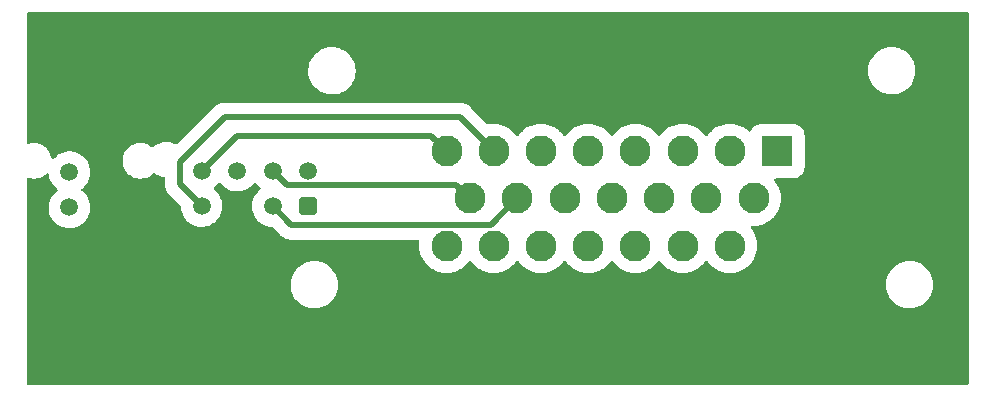
<source format=gbr>
%TF.GenerationSoftware,KiCad,Pcbnew,(6.0.1)*%
%TF.CreationDate,2022-06-01T15:25:36+03:00*%
%TF.ProjectId,Input Connector,496e7075-7420-4436-9f6e-6e6563746f72,rev?*%
%TF.SameCoordinates,Original*%
%TF.FileFunction,Copper,L1,Top*%
%TF.FilePolarity,Positive*%
%FSLAX46Y46*%
G04 Gerber Fmt 4.6, Leading zero omitted, Abs format (unit mm)*
G04 Created by KiCad (PCBNEW (6.0.1)) date 2022-06-01 15:25:36*
%MOMM*%
%LPD*%
G01*
G04 APERTURE LIST*
G04 Aperture macros list*
%AMRoundRect*
0 Rectangle with rounded corners*
0 $1 Rounding radius*
0 $2 $3 $4 $5 $6 $7 $8 $9 X,Y pos of 4 corners*
0 Add a 4 corners polygon primitive as box body*
4,1,4,$2,$3,$4,$5,$6,$7,$8,$9,$2,$3,0*
0 Add four circle primitives for the rounded corners*
1,1,$1+$1,$2,$3*
1,1,$1+$1,$4,$5*
1,1,$1+$1,$6,$7*
1,1,$1+$1,$8,$9*
0 Add four rect primitives between the rounded corners*
20,1,$1+$1,$2,$3,$4,$5,0*
20,1,$1+$1,$4,$5,$6,$7,0*
20,1,$1+$1,$6,$7,$8,$9,0*
20,1,$1+$1,$8,$9,$2,$3,0*%
G04 Aperture macros list end*
%TA.AperFunction,ComponentPad*%
%ADD10RoundRect,0.250001X0.499999X0.499999X-0.499999X0.499999X-0.499999X-0.499999X0.499999X-0.499999X0*%
%TD*%
%TA.AperFunction,ComponentPad*%
%ADD11C,1.500000*%
%TD*%
%TA.AperFunction,ComponentPad*%
%ADD12R,2.625000X2.625000*%
%TD*%
%TA.AperFunction,ComponentPad*%
%ADD13C,2.625000*%
%TD*%
%TA.AperFunction,Conductor*%
%ADD14C,0.500000*%
%TD*%
G04 APERTURE END LIST*
D10*
%TO.P,J3,1,Pin_1*%
%TO.N,GNDD*%
X94996000Y-84836000D03*
D11*
%TO.P,J3,2,Pin_2*%
%TO.N,VDD*%
X91996000Y-84836000D03*
%TO.P,J3,3,Pin_3*%
%TO.N,GNDD*%
X94996000Y-81836000D03*
%TO.P,J3,4,Pin_4*%
%TO.N,VDD*%
X91996000Y-81836000D03*
%TD*%
D10*
%TO.P,J2,1,Pin_1*%
%TO.N,/Z*%
X112196000Y-84719000D03*
D11*
%TO.P,J2,2,Pin_2*%
%TO.N,/A*%
X109196000Y-84719000D03*
%TO.P,J2,3,Pin_3*%
%TO.N,GNDD*%
X106196000Y-84719000D03*
%TO.P,J2,4,Pin_4*%
%TO.N,/CANH*%
X103196000Y-84719000D03*
%TO.P,J2,5,Pin_5*%
%TO.N,/Y*%
X112196000Y-81719000D03*
%TO.P,J2,6,Pin_6*%
%TO.N,/B*%
X109196000Y-81719000D03*
%TO.P,J2,7,Pin_7*%
%TO.N,VDD*%
X106196000Y-81719000D03*
%TO.P,J2,8,Pin_8*%
%TO.N,/CANL*%
X103196000Y-81719000D03*
%TD*%
D12*
%TO.P,J1,1,1*%
%TO.N,VDD*%
X151922000Y-80074000D03*
D13*
%TO.P,J1,2,2*%
%TO.N,unconnected-(J1-Pad2)*%
X147922000Y-80074000D03*
%TO.P,J1,3,3*%
%TO.N,unconnected-(J1-Pad3)*%
X143922000Y-80074000D03*
%TO.P,J1,4,4*%
%TO.N,unconnected-(J1-Pad4)*%
X139922000Y-80074000D03*
%TO.P,J1,5,5*%
%TO.N,unconnected-(J1-Pad5)*%
X135922000Y-80074000D03*
%TO.P,J1,6,6*%
%TO.N,unconnected-(J1-Pad6)*%
X131922000Y-80074000D03*
%TO.P,J1,7,7*%
%TO.N,/CANH*%
X127922000Y-80074000D03*
%TO.P,J1,8,8*%
%TO.N,/CANL*%
X123922000Y-80074000D03*
%TO.P,J1,9,9*%
%TO.N,unconnected-(J1-Pad9)*%
X149922000Y-84074000D03*
%TO.P,J1,10,10*%
%TO.N,unconnected-(J1-Pad10)*%
X145922000Y-84074000D03*
%TO.P,J1,11,11*%
%TO.N,unconnected-(J1-Pad11)*%
X141922000Y-84074000D03*
%TO.P,J1,12,12*%
%TO.N,unconnected-(J1-Pad12)*%
X137922000Y-84074000D03*
%TO.P,J1,13,13*%
%TO.N,unconnected-(J1-Pad13)*%
X133922000Y-84074000D03*
%TO.P,J1,14,14*%
%TO.N,/A*%
X129922000Y-84074000D03*
%TO.P,J1,15,15*%
%TO.N,/B*%
X125922000Y-84074000D03*
%TO.P,J1,16,16*%
%TO.N,GNDD*%
X151922000Y-88074000D03*
%TO.P,J1,17,17*%
%TO.N,unconnected-(J1-Pad17)*%
X147922000Y-88074000D03*
%TO.P,J1,18,18*%
%TO.N,unconnected-(J1-Pad18)*%
X143922000Y-88074000D03*
%TO.P,J1,19,19*%
%TO.N,unconnected-(J1-Pad19)*%
X139922000Y-88074000D03*
%TO.P,J1,20,20*%
%TO.N,unconnected-(J1-Pad20)*%
X135922000Y-88074000D03*
%TO.P,J1,21,21*%
%TO.N,unconnected-(J1-Pad21)*%
X131922000Y-88074000D03*
%TO.P,J1,22,22*%
%TO.N,/Y*%
X127922000Y-88074000D03*
%TO.P,J1,23,23*%
%TO.N,/Z*%
X123922000Y-88074000D03*
%TD*%
D14*
%TO.N,/CANH*%
X101346000Y-81026000D02*
X101346000Y-82869000D01*
X127922000Y-80074000D02*
X125064000Y-77216000D01*
X125064000Y-77216000D02*
X105156000Y-77216000D01*
X101346000Y-82869000D02*
X103196000Y-84719000D01*
X105156000Y-77216000D02*
X101346000Y-81026000D01*
%TO.N,/CANL*%
X106153500Y-78761500D02*
X103196000Y-81719000D01*
X122609500Y-78761500D02*
X106153500Y-78761500D01*
X123922000Y-80074000D02*
X122609500Y-78761500D01*
%TO.N,/A*%
X127684011Y-86311989D02*
X129922000Y-84074000D01*
X109196000Y-84719000D02*
X110788989Y-86311989D01*
X110788989Y-86311989D02*
X127684011Y-86311989D01*
%TO.N,/B*%
X110395511Y-82918511D02*
X109196000Y-81719000D01*
X125922000Y-84074000D02*
X124766511Y-82918511D01*
X124766511Y-82918511D02*
X110395511Y-82918511D01*
%TD*%
%TA.AperFunction,Conductor*%
%TO.N,GNDD*%
G36*
X168106121Y-68330002D02*
G01*
X168152614Y-68383658D01*
X168164000Y-68436000D01*
X168164000Y-99712000D01*
X168143998Y-99780121D01*
X168090342Y-99826614D01*
X168038000Y-99838000D01*
X88502000Y-99838000D01*
X88433879Y-99817998D01*
X88387386Y-99764342D01*
X88376000Y-99712000D01*
X88376000Y-91342497D01*
X110716637Y-91342497D01*
X110716881Y-91346932D01*
X110716881Y-91346936D01*
X110720105Y-91405503D01*
X110732205Y-91625370D01*
X110787474Y-91903226D01*
X110788950Y-91907429D01*
X110810181Y-91967885D01*
X110881342Y-92170524D01*
X110883395Y-92174477D01*
X110883398Y-92174483D01*
X110957360Y-92316865D01*
X111011936Y-92421928D01*
X111014519Y-92425543D01*
X111014523Y-92425549D01*
X111047176Y-92471242D01*
X111176651Y-92652424D01*
X111179729Y-92655651D01*
X111179731Y-92655653D01*
X111222355Y-92700334D01*
X111372199Y-92857412D01*
X111594680Y-93032801D01*
X111704927Y-93096837D01*
X111835807Y-93172859D01*
X111835813Y-93172862D01*
X111839654Y-93175093D01*
X112102232Y-93281448D01*
X112106545Y-93282519D01*
X112106550Y-93282521D01*
X112372856Y-93348672D01*
X112372861Y-93348673D01*
X112377177Y-93349745D01*
X112381605Y-93350199D01*
X112381607Y-93350199D01*
X112457307Y-93357955D01*
X112618790Y-93374500D01*
X112794170Y-93374500D01*
X113004593Y-93359601D01*
X113008948Y-93358663D01*
X113008951Y-93358663D01*
X113277200Y-93300911D01*
X113277202Y-93300911D01*
X113281547Y-93299975D01*
X113547337Y-93201920D01*
X113796660Y-93067393D01*
X114024540Y-92899078D01*
X114226430Y-92700334D01*
X114229131Y-92696794D01*
X114229137Y-92696788D01*
X114395602Y-92478667D01*
X114395605Y-92478663D01*
X114398304Y-92475126D01*
X114536730Y-92227947D01*
X114558946Y-92170524D01*
X114637341Y-91967885D01*
X114637343Y-91967879D01*
X114638948Y-91963730D01*
X114702918Y-91687747D01*
X114727363Y-91405503D01*
X114724140Y-91346936D01*
X114723896Y-91342497D01*
X161116637Y-91342497D01*
X161116881Y-91346932D01*
X161116881Y-91346936D01*
X161120105Y-91405503D01*
X161132205Y-91625370D01*
X161187474Y-91903226D01*
X161188950Y-91907429D01*
X161210181Y-91967885D01*
X161281342Y-92170524D01*
X161283395Y-92174477D01*
X161283398Y-92174483D01*
X161357360Y-92316865D01*
X161411936Y-92421928D01*
X161414519Y-92425543D01*
X161414523Y-92425549D01*
X161447176Y-92471242D01*
X161576651Y-92652424D01*
X161579729Y-92655651D01*
X161579731Y-92655653D01*
X161622355Y-92700334D01*
X161772199Y-92857412D01*
X161994680Y-93032801D01*
X162104927Y-93096837D01*
X162235807Y-93172859D01*
X162235813Y-93172862D01*
X162239654Y-93175093D01*
X162502232Y-93281448D01*
X162506545Y-93282519D01*
X162506550Y-93282521D01*
X162772856Y-93348672D01*
X162772861Y-93348673D01*
X162777177Y-93349745D01*
X162781605Y-93350199D01*
X162781607Y-93350199D01*
X162857307Y-93357955D01*
X163018790Y-93374500D01*
X163194170Y-93374500D01*
X163404593Y-93359601D01*
X163408948Y-93358663D01*
X163408951Y-93358663D01*
X163677200Y-93300911D01*
X163677202Y-93300911D01*
X163681547Y-93299975D01*
X163947337Y-93201920D01*
X164196660Y-93067393D01*
X164424540Y-92899078D01*
X164626430Y-92700334D01*
X164629131Y-92696794D01*
X164629137Y-92696788D01*
X164795602Y-92478667D01*
X164795605Y-92478663D01*
X164798304Y-92475126D01*
X164936730Y-92227947D01*
X164958946Y-92170524D01*
X165037341Y-91967885D01*
X165037343Y-91967879D01*
X165038948Y-91963730D01*
X165102918Y-91687747D01*
X165127363Y-91405503D01*
X165124140Y-91346936D01*
X165112040Y-91127073D01*
X165112039Y-91127066D01*
X165111795Y-91122630D01*
X165056526Y-90844774D01*
X165035279Y-90784270D01*
X164964136Y-90581684D01*
X164964135Y-90581681D01*
X164962658Y-90577476D01*
X164960605Y-90573523D01*
X164960602Y-90573517D01*
X164855991Y-90372133D01*
X164832064Y-90326072D01*
X164829481Y-90322457D01*
X164829477Y-90322451D01*
X164749858Y-90211037D01*
X164667349Y-90095576D01*
X164625028Y-90051212D01*
X164474876Y-89893811D01*
X164474873Y-89893808D01*
X164471801Y-89890588D01*
X164249320Y-89715199D01*
X164139073Y-89651163D01*
X164008193Y-89575141D01*
X164008187Y-89575138D01*
X164004346Y-89572907D01*
X163795180Y-89488186D01*
X163745894Y-89468223D01*
X163745891Y-89468222D01*
X163741768Y-89466552D01*
X163737455Y-89465481D01*
X163737450Y-89465479D01*
X163471144Y-89399328D01*
X163471139Y-89399327D01*
X163466823Y-89398255D01*
X163462395Y-89397801D01*
X163462393Y-89397801D01*
X163367552Y-89388084D01*
X163225210Y-89373500D01*
X163049830Y-89373500D01*
X162839407Y-89388399D01*
X162835052Y-89389337D01*
X162835049Y-89389337D01*
X162566800Y-89447089D01*
X162566798Y-89447089D01*
X162562453Y-89448025D01*
X162296663Y-89546080D01*
X162047340Y-89680607D01*
X161819460Y-89848922D01*
X161617570Y-90047666D01*
X161614869Y-90051206D01*
X161614863Y-90051212D01*
X161578237Y-90099204D01*
X161445696Y-90272874D01*
X161443521Y-90276758D01*
X161379155Y-90391693D01*
X161307270Y-90520053D01*
X161305662Y-90524211D01*
X161305659Y-90524216D01*
X161206659Y-90780115D01*
X161205052Y-90784270D01*
X161141082Y-91060253D01*
X161116637Y-91342497D01*
X114723896Y-91342497D01*
X114712040Y-91127073D01*
X114712039Y-91127066D01*
X114711795Y-91122630D01*
X114656526Y-90844774D01*
X114635279Y-90784270D01*
X114564136Y-90581684D01*
X114564135Y-90581681D01*
X114562658Y-90577476D01*
X114560605Y-90573523D01*
X114560602Y-90573517D01*
X114455991Y-90372133D01*
X114432064Y-90326072D01*
X114429481Y-90322457D01*
X114429477Y-90322451D01*
X114349858Y-90211037D01*
X114267349Y-90095576D01*
X114225028Y-90051212D01*
X114074876Y-89893811D01*
X114074873Y-89893808D01*
X114071801Y-89890588D01*
X113849320Y-89715199D01*
X113739073Y-89651163D01*
X113608193Y-89575141D01*
X113608187Y-89575138D01*
X113604346Y-89572907D01*
X113395180Y-89488186D01*
X113345894Y-89468223D01*
X113345891Y-89468222D01*
X113341768Y-89466552D01*
X113337455Y-89465481D01*
X113337450Y-89465479D01*
X113071144Y-89399328D01*
X113071139Y-89399327D01*
X113066823Y-89398255D01*
X113062395Y-89397801D01*
X113062393Y-89397801D01*
X112967552Y-89388084D01*
X112825210Y-89373500D01*
X112649830Y-89373500D01*
X112439407Y-89388399D01*
X112435052Y-89389337D01*
X112435049Y-89389337D01*
X112166800Y-89447089D01*
X112166798Y-89447089D01*
X112162453Y-89448025D01*
X111896663Y-89546080D01*
X111647340Y-89680607D01*
X111419460Y-89848922D01*
X111217570Y-90047666D01*
X111214869Y-90051206D01*
X111214863Y-90051212D01*
X111178237Y-90099204D01*
X111045696Y-90272874D01*
X111043521Y-90276758D01*
X110979155Y-90391693D01*
X110907270Y-90520053D01*
X110905662Y-90524211D01*
X110905659Y-90524216D01*
X110806659Y-90780115D01*
X110805052Y-90784270D01*
X110741082Y-91060253D01*
X110716637Y-91342497D01*
X88376000Y-91342497D01*
X88376000Y-82446972D01*
X88396002Y-82378851D01*
X88449658Y-82332358D01*
X88519932Y-82322254D01*
X88535672Y-82325555D01*
X88663668Y-82361051D01*
X88713871Y-82374974D01*
X88719008Y-82375523D01*
X88911957Y-82396144D01*
X88911965Y-82396144D01*
X88915292Y-82396500D01*
X89058554Y-82396500D01*
X89061127Y-82396288D01*
X89061138Y-82396288D01*
X89236760Y-82381849D01*
X89236766Y-82381848D01*
X89241911Y-82381425D01*
X89481217Y-82321316D01*
X89707493Y-82222928D01*
X89914661Y-82088905D01*
X89918700Y-82085230D01*
X90044053Y-81971168D01*
X90107899Y-81940116D01*
X90178397Y-81948512D01*
X90233165Y-81993689D01*
X90253592Y-82048151D01*
X90253677Y-82049930D01*
X90254589Y-82054513D01*
X90254589Y-82054516D01*
X90281633Y-82190476D01*
X90304435Y-82305112D01*
X90392355Y-82549989D01*
X90515504Y-82779180D01*
X90518299Y-82782923D01*
X90518301Y-82782926D01*
X90668385Y-82983913D01*
X90668390Y-82983919D01*
X90671177Y-82987651D01*
X90674486Y-82990931D01*
X90674491Y-82990937D01*
X90826495Y-83141620D01*
X90855954Y-83170823D01*
X90859716Y-83173581D01*
X90859719Y-83173584D01*
X90939413Y-83232018D01*
X90982521Y-83288429D01*
X90988288Y-83359191D01*
X90954882Y-83421838D01*
X90933993Y-83439002D01*
X90927375Y-83443341D01*
X90872746Y-83492099D01*
X90777062Y-83577501D01*
X90733265Y-83616591D01*
X90566895Y-83816629D01*
X90431920Y-84039061D01*
X90430111Y-84043375D01*
X90430110Y-84043377D01*
X90377428Y-84169011D01*
X90331305Y-84279001D01*
X90267261Y-84531177D01*
X90241194Y-84790049D01*
X90241418Y-84794715D01*
X90241418Y-84794720D01*
X90242194Y-84810871D01*
X90253677Y-85049930D01*
X90304435Y-85305112D01*
X90392355Y-85549989D01*
X90515504Y-85779180D01*
X90518299Y-85782923D01*
X90518301Y-85782926D01*
X90668385Y-85983913D01*
X90668390Y-85983919D01*
X90671177Y-85987651D01*
X90674486Y-85990931D01*
X90674491Y-85990937D01*
X90826495Y-86141620D01*
X90855954Y-86170823D01*
X90859716Y-86173581D01*
X90859719Y-86173584D01*
X90972332Y-86256155D01*
X91065775Y-86324670D01*
X91069910Y-86326846D01*
X91069914Y-86326848D01*
X91195774Y-86393066D01*
X91296033Y-86445815D01*
X91374326Y-86473156D01*
X91532922Y-86528540D01*
X91541667Y-86531594D01*
X91546260Y-86532466D01*
X91792693Y-86579253D01*
X91792696Y-86579253D01*
X91797282Y-86580124D01*
X91927273Y-86585232D01*
X92052595Y-86590156D01*
X92052601Y-86590156D01*
X92057263Y-86590339D01*
X92158489Y-86579253D01*
X92311245Y-86562524D01*
X92311250Y-86562523D01*
X92315898Y-86562014D01*
X92320422Y-86560823D01*
X92562982Y-86496962D01*
X92562984Y-86496961D01*
X92567505Y-86495771D01*
X92571802Y-86493925D01*
X92802263Y-86394911D01*
X92802265Y-86394910D01*
X92806557Y-86393066D01*
X93027803Y-86256155D01*
X93074238Y-86216845D01*
X93222809Y-86091071D01*
X93222811Y-86091069D01*
X93226382Y-86088046D01*
X93397931Y-85892431D01*
X93411941Y-85870651D01*
X93515302Y-85709958D01*
X93538683Y-85673608D01*
X93645544Y-85436385D01*
X93679812Y-85314882D01*
X93714898Y-85190476D01*
X93714899Y-85190473D01*
X93716168Y-85185972D01*
X93732891Y-85054518D01*
X93748604Y-84931001D01*
X93748604Y-84930997D01*
X93749002Y-84927871D01*
X93751408Y-84836000D01*
X93739364Y-84673933D01*
X93732472Y-84581186D01*
X93732471Y-84581182D01*
X93732126Y-84576534D01*
X93674705Y-84322768D01*
X93660706Y-84286770D01*
X93582098Y-84084630D01*
X93582097Y-84084628D01*
X93580405Y-84080277D01*
X93576818Y-84074000D01*
X93453618Y-83858446D01*
X93451299Y-83854388D01*
X93290223Y-83650064D01*
X93100714Y-83471792D01*
X93055560Y-83440467D01*
X93010992Y-83385206D01*
X93003375Y-83314620D01*
X93035129Y-83251120D01*
X93045965Y-83240780D01*
X93226382Y-83088046D01*
X93397931Y-82892431D01*
X93411941Y-82870651D01*
X93536155Y-82677538D01*
X93538683Y-82673608D01*
X93645544Y-82436385D01*
X93658072Y-82391963D01*
X93714898Y-82190476D01*
X93714899Y-82190473D01*
X93716168Y-82185972D01*
X93732891Y-82054516D01*
X93748604Y-81931001D01*
X93748604Y-81930997D01*
X93749002Y-81927871D01*
X93749955Y-81891501D01*
X93751325Y-81839160D01*
X93751408Y-81836000D01*
X93741484Y-81702457D01*
X93732472Y-81581186D01*
X93732471Y-81581182D01*
X93732126Y-81576534D01*
X93674705Y-81322768D01*
X93646347Y-81249845D01*
X93582098Y-81084630D01*
X93582097Y-81084628D01*
X93580405Y-81080277D01*
X93535111Y-81001028D01*
X96494025Y-81001028D01*
X96531347Y-81244930D01*
X96608003Y-81479460D01*
X96610393Y-81484051D01*
X96717496Y-81689793D01*
X96721935Y-81698321D01*
X96725038Y-81702454D01*
X96725040Y-81702457D01*
X96866978Y-81891501D01*
X96870083Y-81895636D01*
X97048468Y-82066104D01*
X97052740Y-82069018D01*
X97052741Y-82069019D01*
X97100559Y-82101638D01*
X97252300Y-82205149D01*
X97363125Y-82256592D01*
X97471409Y-82306856D01*
X97471413Y-82306857D01*
X97476104Y-82309035D01*
X97713871Y-82374974D01*
X97719008Y-82375523D01*
X97911957Y-82396144D01*
X97911965Y-82396144D01*
X97915292Y-82396500D01*
X98058554Y-82396500D01*
X98061127Y-82396288D01*
X98061138Y-82396288D01*
X98236760Y-82381849D01*
X98236766Y-82381848D01*
X98241911Y-82381425D01*
X98481217Y-82321316D01*
X98707493Y-82222928D01*
X98914661Y-82088905D01*
X98936516Y-82069019D01*
X99073687Y-81944203D01*
X99137533Y-81913151D01*
X99208031Y-81921547D01*
X99240265Y-81942824D01*
X99240709Y-81942276D01*
X99244731Y-81945533D01*
X99248468Y-81949104D01*
X99252740Y-81952018D01*
X99252741Y-81952019D01*
X99313827Y-81993689D01*
X99452300Y-82088149D01*
X99481360Y-82101638D01*
X99671409Y-82189856D01*
X99671413Y-82189857D01*
X99676104Y-82192035D01*
X99836120Y-82236412D01*
X99908887Y-82256592D01*
X99908889Y-82256592D01*
X99913871Y-82257974D01*
X99982889Y-82265350D01*
X100048499Y-82292478D01*
X100089027Y-82350770D01*
X100095500Y-82390637D01*
X100095500Y-82778138D01*
X100094422Y-82794585D01*
X100091547Y-82816422D01*
X100091812Y-82822034D01*
X100095360Y-82897271D01*
X100095500Y-82903207D01*
X100095500Y-82925630D01*
X100095750Y-82928428D01*
X100097804Y-82951452D01*
X100098163Y-82956713D01*
X100102063Y-83039398D01*
X100103314Y-83044861D01*
X100103315Y-83044867D01*
X100106028Y-83056711D01*
X100108710Y-83073645D01*
X100110289Y-83091339D01*
X100111771Y-83096755D01*
X100111771Y-83096757D01*
X100132131Y-83171181D01*
X100133417Y-83176299D01*
X100151897Y-83256987D01*
X100154095Y-83262141D01*
X100154099Y-83262152D01*
X100158866Y-83273326D01*
X100164505Y-83289516D01*
X100169192Y-83306651D01*
X100204835Y-83381377D01*
X100206993Y-83386157D01*
X100239476Y-83462313D01*
X100249236Y-83477171D01*
X100257642Y-83492091D01*
X100265292Y-83508129D01*
X100268563Y-83512682D01*
X100268566Y-83512686D01*
X100313589Y-83575341D01*
X100316579Y-83579690D01*
X100343183Y-83620190D01*
X100362031Y-83648884D01*
X100380398Y-83669499D01*
X100388640Y-83679786D01*
X100395552Y-83689405D01*
X100449254Y-83741446D01*
X100471791Y-83763286D01*
X100473201Y-83764675D01*
X101409778Y-84701252D01*
X101443804Y-84763564D01*
X101446538Y-84784299D01*
X101453677Y-84932930D01*
X101504435Y-85188112D01*
X101592355Y-85432989D01*
X101715504Y-85662180D01*
X101718299Y-85665923D01*
X101718301Y-85665926D01*
X101868385Y-85866913D01*
X101868390Y-85866919D01*
X101871177Y-85870651D01*
X101874486Y-85873931D01*
X101874491Y-85873937D01*
X101975503Y-85974071D01*
X102055954Y-86053823D01*
X102059716Y-86056581D01*
X102059719Y-86056584D01*
X102262004Y-86204905D01*
X102265775Y-86207670D01*
X102269910Y-86209846D01*
X102269914Y-86209848D01*
X102395774Y-86276066D01*
X102496033Y-86328815D01*
X102617778Y-86371330D01*
X102712121Y-86404276D01*
X102741667Y-86414594D01*
X102746260Y-86415466D01*
X102992693Y-86462253D01*
X102992696Y-86462253D01*
X102997282Y-86463124D01*
X103127272Y-86468231D01*
X103252595Y-86473156D01*
X103252601Y-86473156D01*
X103257263Y-86473339D01*
X103358489Y-86462253D01*
X103511245Y-86445524D01*
X103511250Y-86445523D01*
X103515898Y-86445014D01*
X103554112Y-86434953D01*
X103762982Y-86379962D01*
X103762984Y-86379961D01*
X103767505Y-86378771D01*
X103782327Y-86372403D01*
X104002263Y-86277911D01*
X104002265Y-86277910D01*
X104006557Y-86276066D01*
X104176628Y-86170823D01*
X104223820Y-86141620D01*
X104223822Y-86141618D01*
X104227803Y-86139155D01*
X104292331Y-86084528D01*
X104422809Y-85974071D01*
X104422811Y-85974069D01*
X104426382Y-85971046D01*
X104597931Y-85775431D01*
X104605372Y-85763864D01*
X104736155Y-85560538D01*
X104738683Y-85556608D01*
X104845544Y-85319385D01*
X104870957Y-85229278D01*
X104914898Y-85073476D01*
X104914899Y-85073473D01*
X104916168Y-85068972D01*
X104929277Y-84965923D01*
X104948604Y-84814001D01*
X104948604Y-84813997D01*
X104949002Y-84810871D01*
X104949548Y-84790049D01*
X104951325Y-84722160D01*
X104951408Y-84719000D01*
X104947647Y-84668395D01*
X104932472Y-84464186D01*
X104932471Y-84464182D01*
X104932126Y-84459534D01*
X104874705Y-84205768D01*
X104860411Y-84169011D01*
X104782098Y-83967630D01*
X104782097Y-83967628D01*
X104780405Y-83963277D01*
X104651299Y-83737388D01*
X104490223Y-83533064D01*
X104300714Y-83354792D01*
X104255560Y-83323467D01*
X104210992Y-83268206D01*
X104203375Y-83197620D01*
X104235129Y-83134120D01*
X104245965Y-83123780D01*
X104426382Y-82971046D01*
X104597931Y-82775431D01*
X104598805Y-82774072D01*
X104655128Y-82732187D01*
X104725960Y-82727346D01*
X104788164Y-82761568D01*
X104799745Y-82774992D01*
X104868385Y-82866913D01*
X104868390Y-82866919D01*
X104871177Y-82870651D01*
X104874486Y-82873931D01*
X104874491Y-82873937D01*
X105052637Y-83050535D01*
X105055954Y-83053823D01*
X105059716Y-83056581D01*
X105059719Y-83056584D01*
X105262004Y-83204905D01*
X105265775Y-83207670D01*
X105269910Y-83209846D01*
X105269914Y-83209848D01*
X105395774Y-83276066D01*
X105496033Y-83328815D01*
X105741667Y-83414594D01*
X105746260Y-83415466D01*
X105992693Y-83462253D01*
X105992696Y-83462253D01*
X105997282Y-83463124D01*
X106127272Y-83468231D01*
X106252595Y-83473156D01*
X106252601Y-83473156D01*
X106257263Y-83473339D01*
X106350536Y-83463124D01*
X106511245Y-83445524D01*
X106511250Y-83445523D01*
X106515898Y-83445014D01*
X106520422Y-83443823D01*
X106762982Y-83379962D01*
X106762984Y-83379961D01*
X106767505Y-83378771D01*
X106813079Y-83359191D01*
X107002263Y-83277911D01*
X107002265Y-83277910D01*
X107006557Y-83276066D01*
X107175649Y-83171429D01*
X107223820Y-83141620D01*
X107223822Y-83141618D01*
X107227803Y-83139155D01*
X107284286Y-83091339D01*
X107422809Y-82974071D01*
X107422811Y-82974069D01*
X107426382Y-82971046D01*
X107597931Y-82775431D01*
X107598805Y-82774072D01*
X107655128Y-82732187D01*
X107725960Y-82727346D01*
X107788164Y-82761568D01*
X107799745Y-82774992D01*
X107868385Y-82866913D01*
X107868390Y-82866919D01*
X107871177Y-82870651D01*
X107874486Y-82873931D01*
X107874491Y-82873937D01*
X108052637Y-83050535D01*
X108055954Y-83053823D01*
X108059716Y-83056581D01*
X108059719Y-83056584D01*
X108139413Y-83115018D01*
X108182521Y-83171429D01*
X108188288Y-83242191D01*
X108154882Y-83304838D01*
X108133993Y-83322002D01*
X108127375Y-83326341D01*
X108060357Y-83386157D01*
X107957325Y-83478117D01*
X107933265Y-83499591D01*
X107766895Y-83699629D01*
X107631920Y-83922061D01*
X107630111Y-83926375D01*
X107630110Y-83926377D01*
X107565575Y-84080277D01*
X107531305Y-84162001D01*
X107530154Y-84166533D01*
X107530153Y-84166536D01*
X107526633Y-84180397D01*
X107467261Y-84414177D01*
X107441194Y-84673049D01*
X107441418Y-84677715D01*
X107441418Y-84677720D01*
X107443250Y-84715851D01*
X107453677Y-84932930D01*
X107504435Y-85188112D01*
X107592355Y-85432989D01*
X107715504Y-85662180D01*
X107718299Y-85665923D01*
X107718301Y-85665926D01*
X107868385Y-85866913D01*
X107868390Y-85866919D01*
X107871177Y-85870651D01*
X107874486Y-85873931D01*
X107874491Y-85873937D01*
X107975503Y-85974071D01*
X108055954Y-86053823D01*
X108059716Y-86056581D01*
X108059719Y-86056584D01*
X108262004Y-86204905D01*
X108265775Y-86207670D01*
X108269910Y-86209846D01*
X108269914Y-86209848D01*
X108395774Y-86276066D01*
X108496033Y-86328815D01*
X108617778Y-86371330D01*
X108712121Y-86404276D01*
X108741667Y-86414594D01*
X108746260Y-86415466D01*
X108992693Y-86462253D01*
X108992696Y-86462253D01*
X108997282Y-86463124D01*
X109120376Y-86467960D01*
X109129505Y-86468319D01*
X109196788Y-86490980D01*
X109213653Y-86505127D01*
X109840499Y-87131973D01*
X109851366Y-87144363D01*
X109864779Y-87161843D01*
X109924331Y-87216031D01*
X109924665Y-87216335D01*
X109928960Y-87220434D01*
X109944796Y-87236270D01*
X109946949Y-87238070D01*
X109946951Y-87238072D01*
X109964691Y-87252905D01*
X109968658Y-87256365D01*
X110029882Y-87312075D01*
X110044937Y-87321519D01*
X110058795Y-87331588D01*
X110072427Y-87342986D01*
X110077303Y-87345767D01*
X110144326Y-87383997D01*
X110148832Y-87386693D01*
X110218979Y-87430696D01*
X110235468Y-87437324D01*
X110250898Y-87444784D01*
X110266326Y-87453584D01*
X110332215Y-87476917D01*
X110344355Y-87481216D01*
X110349291Y-87483081D01*
X110426094Y-87513955D01*
X110431588Y-87515093D01*
X110431592Y-87515094D01*
X110443486Y-87517557D01*
X110459998Y-87522167D01*
X110476746Y-87528098D01*
X110547952Y-87539758D01*
X110558439Y-87541475D01*
X110563630Y-87542437D01*
X110644679Y-87559222D01*
X110649289Y-87559488D01*
X110649290Y-87559488D01*
X110672251Y-87560812D01*
X110685357Y-87562259D01*
X110691493Y-87563264D01*
X110691498Y-87563264D01*
X110697035Y-87564171D01*
X110702649Y-87564083D01*
X110702651Y-87564083D01*
X110803124Y-87562505D01*
X110805102Y-87562489D01*
X121511900Y-87562489D01*
X121580021Y-87582491D01*
X121626514Y-87636147D01*
X121635479Y-87713070D01*
X121623867Y-87771445D01*
X121604037Y-88074000D01*
X121623867Y-88376555D01*
X121683020Y-88673933D01*
X121780481Y-88961046D01*
X121782304Y-88964742D01*
X121782307Y-88964750D01*
X121890898Y-89184949D01*
X121914585Y-89232981D01*
X121916879Y-89236414D01*
X121916880Y-89236416D01*
X122071769Y-89468223D01*
X122083036Y-89485086D01*
X122085750Y-89488180D01*
X122085754Y-89488186D01*
X122160053Y-89572907D01*
X122282953Y-89713047D01*
X122286042Y-89715756D01*
X122507814Y-89910246D01*
X122507820Y-89910250D01*
X122510914Y-89912964D01*
X122514340Y-89915253D01*
X122514345Y-89915257D01*
X122704755Y-90042485D01*
X122763018Y-90081415D01*
X122766717Y-90083239D01*
X122766722Y-90083242D01*
X122906366Y-90152106D01*
X123034954Y-90215519D01*
X123038859Y-90216844D01*
X123038860Y-90216845D01*
X123318154Y-90311652D01*
X123318158Y-90311653D01*
X123322067Y-90312980D01*
X123326111Y-90313784D01*
X123326117Y-90313786D01*
X123615406Y-90371330D01*
X123615412Y-90371331D01*
X123619445Y-90372133D01*
X123623550Y-90372402D01*
X123623557Y-90372403D01*
X123917880Y-90391693D01*
X123922000Y-90391963D01*
X123926120Y-90391693D01*
X124220443Y-90372403D01*
X124220450Y-90372402D01*
X124224555Y-90372133D01*
X124228588Y-90371331D01*
X124228594Y-90371330D01*
X124517883Y-90313786D01*
X124517889Y-90313784D01*
X124521933Y-90312980D01*
X124525842Y-90311653D01*
X124525846Y-90311652D01*
X124805140Y-90216845D01*
X124805141Y-90216844D01*
X124809046Y-90215519D01*
X124937634Y-90152106D01*
X125077278Y-90083242D01*
X125077283Y-90083239D01*
X125080982Y-90081415D01*
X125139245Y-90042485D01*
X125329655Y-89915257D01*
X125329660Y-89915253D01*
X125333086Y-89912964D01*
X125336180Y-89910250D01*
X125336186Y-89910246D01*
X125557958Y-89715756D01*
X125561047Y-89713047D01*
X125683947Y-89572907D01*
X125758246Y-89488186D01*
X125758250Y-89488180D01*
X125760964Y-89485086D01*
X125817235Y-89400870D01*
X125871711Y-89355343D01*
X125942155Y-89346494D01*
X126006199Y-89377135D01*
X126026764Y-89400869D01*
X126083036Y-89485086D01*
X126085750Y-89488180D01*
X126085754Y-89488186D01*
X126160053Y-89572907D01*
X126282953Y-89713047D01*
X126286042Y-89715756D01*
X126507814Y-89910246D01*
X126507820Y-89910250D01*
X126510914Y-89912964D01*
X126514340Y-89915253D01*
X126514345Y-89915257D01*
X126704755Y-90042485D01*
X126763018Y-90081415D01*
X126766717Y-90083239D01*
X126766722Y-90083242D01*
X126906366Y-90152106D01*
X127034954Y-90215519D01*
X127038859Y-90216844D01*
X127038860Y-90216845D01*
X127318154Y-90311652D01*
X127318158Y-90311653D01*
X127322067Y-90312980D01*
X127326111Y-90313784D01*
X127326117Y-90313786D01*
X127615406Y-90371330D01*
X127615412Y-90371331D01*
X127619445Y-90372133D01*
X127623550Y-90372402D01*
X127623557Y-90372403D01*
X127917880Y-90391693D01*
X127922000Y-90391963D01*
X127926120Y-90391693D01*
X128220443Y-90372403D01*
X128220450Y-90372402D01*
X128224555Y-90372133D01*
X128228588Y-90371331D01*
X128228594Y-90371330D01*
X128517883Y-90313786D01*
X128517889Y-90313784D01*
X128521933Y-90312980D01*
X128525842Y-90311653D01*
X128525846Y-90311652D01*
X128805140Y-90216845D01*
X128805141Y-90216844D01*
X128809046Y-90215519D01*
X128937634Y-90152106D01*
X129077278Y-90083242D01*
X129077283Y-90083239D01*
X129080982Y-90081415D01*
X129139245Y-90042485D01*
X129329655Y-89915257D01*
X129329660Y-89915253D01*
X129333086Y-89912964D01*
X129336180Y-89910250D01*
X129336186Y-89910246D01*
X129557958Y-89715756D01*
X129561047Y-89713047D01*
X129683947Y-89572907D01*
X129758246Y-89488186D01*
X129758250Y-89488180D01*
X129760964Y-89485086D01*
X129817235Y-89400870D01*
X129871711Y-89355343D01*
X129942155Y-89346494D01*
X130006199Y-89377135D01*
X130026764Y-89400869D01*
X130083036Y-89485086D01*
X130085750Y-89488180D01*
X130085754Y-89488186D01*
X130160053Y-89572907D01*
X130282953Y-89713047D01*
X130286042Y-89715756D01*
X130507814Y-89910246D01*
X130507820Y-89910250D01*
X130510914Y-89912964D01*
X130514340Y-89915253D01*
X130514345Y-89915257D01*
X130704755Y-90042485D01*
X130763018Y-90081415D01*
X130766717Y-90083239D01*
X130766722Y-90083242D01*
X130906366Y-90152106D01*
X131034954Y-90215519D01*
X131038859Y-90216844D01*
X131038860Y-90216845D01*
X131318154Y-90311652D01*
X131318158Y-90311653D01*
X131322067Y-90312980D01*
X131326111Y-90313784D01*
X131326117Y-90313786D01*
X131615406Y-90371330D01*
X131615412Y-90371331D01*
X131619445Y-90372133D01*
X131623550Y-90372402D01*
X131623557Y-90372403D01*
X131917880Y-90391693D01*
X131922000Y-90391963D01*
X131926120Y-90391693D01*
X132220443Y-90372403D01*
X132220450Y-90372402D01*
X132224555Y-90372133D01*
X132228588Y-90371331D01*
X132228594Y-90371330D01*
X132517883Y-90313786D01*
X132517889Y-90313784D01*
X132521933Y-90312980D01*
X132525842Y-90311653D01*
X132525846Y-90311652D01*
X132805140Y-90216845D01*
X132805141Y-90216844D01*
X132809046Y-90215519D01*
X132937634Y-90152106D01*
X133077278Y-90083242D01*
X133077283Y-90083239D01*
X133080982Y-90081415D01*
X133139245Y-90042485D01*
X133329655Y-89915257D01*
X133329660Y-89915253D01*
X133333086Y-89912964D01*
X133336180Y-89910250D01*
X133336186Y-89910246D01*
X133557958Y-89715756D01*
X133561047Y-89713047D01*
X133683947Y-89572907D01*
X133758246Y-89488186D01*
X133758250Y-89488180D01*
X133760964Y-89485086D01*
X133817235Y-89400870D01*
X133871711Y-89355343D01*
X133942155Y-89346494D01*
X134006199Y-89377135D01*
X134026764Y-89400869D01*
X134083036Y-89485086D01*
X134085750Y-89488180D01*
X134085754Y-89488186D01*
X134160053Y-89572907D01*
X134282953Y-89713047D01*
X134286042Y-89715756D01*
X134507814Y-89910246D01*
X134507820Y-89910250D01*
X134510914Y-89912964D01*
X134514340Y-89915253D01*
X134514345Y-89915257D01*
X134704755Y-90042485D01*
X134763018Y-90081415D01*
X134766717Y-90083239D01*
X134766722Y-90083242D01*
X134906366Y-90152106D01*
X135034954Y-90215519D01*
X135038859Y-90216844D01*
X135038860Y-90216845D01*
X135318154Y-90311652D01*
X135318158Y-90311653D01*
X135322067Y-90312980D01*
X135326111Y-90313784D01*
X135326117Y-90313786D01*
X135615406Y-90371330D01*
X135615412Y-90371331D01*
X135619445Y-90372133D01*
X135623550Y-90372402D01*
X135623557Y-90372403D01*
X135917880Y-90391693D01*
X135922000Y-90391963D01*
X135926120Y-90391693D01*
X136220443Y-90372403D01*
X136220450Y-90372402D01*
X136224555Y-90372133D01*
X136228588Y-90371331D01*
X136228594Y-90371330D01*
X136517883Y-90313786D01*
X136517889Y-90313784D01*
X136521933Y-90312980D01*
X136525842Y-90311653D01*
X136525846Y-90311652D01*
X136805140Y-90216845D01*
X136805141Y-90216844D01*
X136809046Y-90215519D01*
X136937634Y-90152106D01*
X137077278Y-90083242D01*
X137077283Y-90083239D01*
X137080982Y-90081415D01*
X137139245Y-90042485D01*
X137329655Y-89915257D01*
X137329660Y-89915253D01*
X137333086Y-89912964D01*
X137336180Y-89910250D01*
X137336186Y-89910246D01*
X137557958Y-89715756D01*
X137561047Y-89713047D01*
X137683947Y-89572907D01*
X137758246Y-89488186D01*
X137758250Y-89488180D01*
X137760964Y-89485086D01*
X137817235Y-89400870D01*
X137871711Y-89355343D01*
X137942155Y-89346494D01*
X138006199Y-89377135D01*
X138026764Y-89400869D01*
X138083036Y-89485086D01*
X138085750Y-89488180D01*
X138085754Y-89488186D01*
X138160053Y-89572907D01*
X138282953Y-89713047D01*
X138286042Y-89715756D01*
X138507814Y-89910246D01*
X138507820Y-89910250D01*
X138510914Y-89912964D01*
X138514340Y-89915253D01*
X138514345Y-89915257D01*
X138704755Y-90042485D01*
X138763018Y-90081415D01*
X138766717Y-90083239D01*
X138766722Y-90083242D01*
X138906366Y-90152106D01*
X139034954Y-90215519D01*
X139038859Y-90216844D01*
X139038860Y-90216845D01*
X139318154Y-90311652D01*
X139318158Y-90311653D01*
X139322067Y-90312980D01*
X139326111Y-90313784D01*
X139326117Y-90313786D01*
X139615406Y-90371330D01*
X139615412Y-90371331D01*
X139619445Y-90372133D01*
X139623550Y-90372402D01*
X139623557Y-90372403D01*
X139917880Y-90391693D01*
X139922000Y-90391963D01*
X139926120Y-90391693D01*
X140220443Y-90372403D01*
X140220450Y-90372402D01*
X140224555Y-90372133D01*
X140228588Y-90371331D01*
X140228594Y-90371330D01*
X140517883Y-90313786D01*
X140517889Y-90313784D01*
X140521933Y-90312980D01*
X140525842Y-90311653D01*
X140525846Y-90311652D01*
X140805140Y-90216845D01*
X140805141Y-90216844D01*
X140809046Y-90215519D01*
X140937634Y-90152106D01*
X141077278Y-90083242D01*
X141077283Y-90083239D01*
X141080982Y-90081415D01*
X141139245Y-90042485D01*
X141329655Y-89915257D01*
X141329660Y-89915253D01*
X141333086Y-89912964D01*
X141336180Y-89910250D01*
X141336186Y-89910246D01*
X141557958Y-89715756D01*
X141561047Y-89713047D01*
X141683947Y-89572907D01*
X141758246Y-89488186D01*
X141758250Y-89488180D01*
X141760964Y-89485086D01*
X141817235Y-89400870D01*
X141871711Y-89355343D01*
X141942155Y-89346494D01*
X142006199Y-89377135D01*
X142026764Y-89400869D01*
X142083036Y-89485086D01*
X142085750Y-89488180D01*
X142085754Y-89488186D01*
X142160053Y-89572907D01*
X142282953Y-89713047D01*
X142286042Y-89715756D01*
X142507814Y-89910246D01*
X142507820Y-89910250D01*
X142510914Y-89912964D01*
X142514340Y-89915253D01*
X142514345Y-89915257D01*
X142704755Y-90042485D01*
X142763018Y-90081415D01*
X142766717Y-90083239D01*
X142766722Y-90083242D01*
X142906366Y-90152106D01*
X143034954Y-90215519D01*
X143038859Y-90216844D01*
X143038860Y-90216845D01*
X143318154Y-90311652D01*
X143318158Y-90311653D01*
X143322067Y-90312980D01*
X143326111Y-90313784D01*
X143326117Y-90313786D01*
X143615406Y-90371330D01*
X143615412Y-90371331D01*
X143619445Y-90372133D01*
X143623550Y-90372402D01*
X143623557Y-90372403D01*
X143917880Y-90391693D01*
X143922000Y-90391963D01*
X143926120Y-90391693D01*
X144220443Y-90372403D01*
X144220450Y-90372402D01*
X144224555Y-90372133D01*
X144228588Y-90371331D01*
X144228594Y-90371330D01*
X144517883Y-90313786D01*
X144517889Y-90313784D01*
X144521933Y-90312980D01*
X144525842Y-90311653D01*
X144525846Y-90311652D01*
X144805140Y-90216845D01*
X144805141Y-90216844D01*
X144809046Y-90215519D01*
X144937634Y-90152106D01*
X145077278Y-90083242D01*
X145077283Y-90083239D01*
X145080982Y-90081415D01*
X145139245Y-90042485D01*
X145329655Y-89915257D01*
X145329660Y-89915253D01*
X145333086Y-89912964D01*
X145336180Y-89910250D01*
X145336186Y-89910246D01*
X145557958Y-89715756D01*
X145561047Y-89713047D01*
X145683947Y-89572907D01*
X145758246Y-89488186D01*
X145758250Y-89488180D01*
X145760964Y-89485086D01*
X145817235Y-89400870D01*
X145871711Y-89355343D01*
X145942155Y-89346494D01*
X146006199Y-89377135D01*
X146026764Y-89400869D01*
X146083036Y-89485086D01*
X146085750Y-89488180D01*
X146085754Y-89488186D01*
X146160053Y-89572907D01*
X146282953Y-89713047D01*
X146286042Y-89715756D01*
X146507814Y-89910246D01*
X146507820Y-89910250D01*
X146510914Y-89912964D01*
X146514340Y-89915253D01*
X146514345Y-89915257D01*
X146704755Y-90042485D01*
X146763018Y-90081415D01*
X146766717Y-90083239D01*
X146766722Y-90083242D01*
X146906366Y-90152106D01*
X147034954Y-90215519D01*
X147038859Y-90216844D01*
X147038860Y-90216845D01*
X147318154Y-90311652D01*
X147318158Y-90311653D01*
X147322067Y-90312980D01*
X147326111Y-90313784D01*
X147326117Y-90313786D01*
X147615406Y-90371330D01*
X147615412Y-90371331D01*
X147619445Y-90372133D01*
X147623550Y-90372402D01*
X147623557Y-90372403D01*
X147917880Y-90391693D01*
X147922000Y-90391963D01*
X147926120Y-90391693D01*
X148220443Y-90372403D01*
X148220450Y-90372402D01*
X148224555Y-90372133D01*
X148228588Y-90371331D01*
X148228594Y-90371330D01*
X148517883Y-90313786D01*
X148517889Y-90313784D01*
X148521933Y-90312980D01*
X148525842Y-90311653D01*
X148525846Y-90311652D01*
X148805140Y-90216845D01*
X148805141Y-90216844D01*
X148809046Y-90215519D01*
X148937634Y-90152106D01*
X149077278Y-90083242D01*
X149077283Y-90083239D01*
X149080982Y-90081415D01*
X149139245Y-90042485D01*
X149329655Y-89915257D01*
X149329660Y-89915253D01*
X149333086Y-89912964D01*
X149336180Y-89910250D01*
X149336186Y-89910246D01*
X149557958Y-89715756D01*
X149561047Y-89713047D01*
X149683947Y-89572907D01*
X149758246Y-89488186D01*
X149758250Y-89488180D01*
X149760964Y-89485086D01*
X149772232Y-89468223D01*
X149927120Y-89236416D01*
X149927121Y-89236414D01*
X149929415Y-89232981D01*
X149953102Y-89184949D01*
X150061693Y-88964750D01*
X150061696Y-88964742D01*
X150063519Y-88961046D01*
X150160980Y-88673933D01*
X150220133Y-88376555D01*
X150239963Y-88074000D01*
X150220133Y-87771445D01*
X150193221Y-87636147D01*
X150161786Y-87478117D01*
X150161784Y-87478111D01*
X150160980Y-87474067D01*
X150154663Y-87455456D01*
X150064848Y-87190869D01*
X150064848Y-87190868D01*
X150063519Y-87186954D01*
X150061696Y-87183258D01*
X150061693Y-87183250D01*
X149931241Y-86918722D01*
X149929415Y-86915019D01*
X149853568Y-86801506D01*
X149763257Y-86666345D01*
X149763253Y-86666340D01*
X149760964Y-86662914D01*
X149758250Y-86659819D01*
X149758239Y-86659805D01*
X149699602Y-86592944D01*
X149669725Y-86528540D01*
X149679410Y-86458207D01*
X149725582Y-86404276D01*
X149793582Y-86383868D01*
X149802573Y-86384136D01*
X149917879Y-86391693D01*
X149917880Y-86391693D01*
X149922000Y-86391963D01*
X149926120Y-86391693D01*
X150220443Y-86372403D01*
X150220450Y-86372402D01*
X150224555Y-86372133D01*
X150228588Y-86371331D01*
X150228594Y-86371330D01*
X150517883Y-86313786D01*
X150517889Y-86313784D01*
X150521933Y-86312980D01*
X150525842Y-86311653D01*
X150525846Y-86311652D01*
X150805140Y-86216845D01*
X150805141Y-86216844D01*
X150809046Y-86215519D01*
X151067536Y-86088046D01*
X151077278Y-86083242D01*
X151077283Y-86083239D01*
X151080982Y-86081415D01*
X151216392Y-85990937D01*
X151329655Y-85915257D01*
X151329660Y-85915253D01*
X151333086Y-85912964D01*
X151336180Y-85910250D01*
X151336186Y-85910246D01*
X151557958Y-85715756D01*
X151561047Y-85713047D01*
X151609270Y-85658059D01*
X151758246Y-85488186D01*
X151758250Y-85488180D01*
X151760964Y-85485086D01*
X151817236Y-85400870D01*
X151927120Y-85236416D01*
X151927121Y-85236414D01*
X151929415Y-85232981D01*
X151954885Y-85181334D01*
X152061693Y-84964750D01*
X152061696Y-84964742D01*
X152063519Y-84961046D01*
X152085943Y-84894988D01*
X152159652Y-84677846D01*
X152159653Y-84677842D01*
X152160980Y-84673933D01*
X152179429Y-84581186D01*
X152219330Y-84380594D01*
X152219331Y-84380588D01*
X152220133Y-84376555D01*
X152223659Y-84322768D01*
X152239693Y-84078120D01*
X152239963Y-84074000D01*
X152237411Y-84035060D01*
X152220403Y-83775557D01*
X152220402Y-83775550D01*
X152220133Y-83771445D01*
X152218787Y-83764675D01*
X152161786Y-83478117D01*
X152161784Y-83478111D01*
X152160980Y-83474067D01*
X152159305Y-83469131D01*
X152064848Y-83190869D01*
X152064848Y-83190868D01*
X152063519Y-83186954D01*
X152061696Y-83183258D01*
X152061693Y-83183250D01*
X151931241Y-82918722D01*
X151929415Y-82915019D01*
X151922000Y-82903922D01*
X151763257Y-82666345D01*
X151763253Y-82666340D01*
X151760964Y-82662914D01*
X151758250Y-82659820D01*
X151758246Y-82659814D01*
X151702350Y-82596078D01*
X151672473Y-82531674D01*
X151682159Y-82461341D01*
X151728331Y-82407409D01*
X151797082Y-82387000D01*
X153292316Y-82387000D01*
X153295103Y-82386751D01*
X153295109Y-82386751D01*
X153383623Y-82378851D01*
X153412587Y-82376266D01*
X153607970Y-82320241D01*
X153788096Y-82226073D01*
X153795402Y-82220115D01*
X153940669Y-82101638D01*
X153945609Y-82097609D01*
X154030364Y-81993689D01*
X154070041Y-81945040D01*
X154070042Y-81945039D01*
X154074073Y-81940096D01*
X154168241Y-81759970D01*
X154224266Y-81564587D01*
X154231716Y-81481117D01*
X154234751Y-81447109D01*
X154234751Y-81447103D01*
X154235000Y-81444316D01*
X154235000Y-78703684D01*
X154224266Y-78583413D01*
X154168241Y-78388030D01*
X154074073Y-78207904D01*
X153958817Y-78066585D01*
X153949638Y-78055331D01*
X153945609Y-78050391D01*
X153940669Y-78046362D01*
X153793040Y-77925959D01*
X153793039Y-77925958D01*
X153788096Y-77921927D01*
X153607970Y-77827759D01*
X153412587Y-77771734D01*
X153380955Y-77768911D01*
X153295109Y-77761249D01*
X153295103Y-77761249D01*
X153292316Y-77761000D01*
X150551684Y-77761000D01*
X150548897Y-77761249D01*
X150548891Y-77761249D01*
X150463045Y-77768911D01*
X150431413Y-77771734D01*
X150236030Y-77827759D01*
X150055904Y-77921927D01*
X150050961Y-77925958D01*
X150050960Y-77925959D01*
X149903331Y-78046362D01*
X149898391Y-78050391D01*
X149894362Y-78055331D01*
X149885184Y-78066585D01*
X149769927Y-78207904D01*
X149766972Y-78213557D01*
X149766971Y-78213558D01*
X149697129Y-78347154D01*
X149647843Y-78398256D01*
X149578753Y-78414600D01*
X149511795Y-78390996D01*
X149502389Y-78383511D01*
X149336186Y-78237754D01*
X149336180Y-78237750D01*
X149333086Y-78235036D01*
X149329660Y-78232747D01*
X149329655Y-78232743D01*
X149139245Y-78105515D01*
X149080982Y-78066585D01*
X149077283Y-78064761D01*
X149077278Y-78064758D01*
X148937634Y-77995894D01*
X148809046Y-77932481D01*
X148769247Y-77918971D01*
X148525846Y-77836348D01*
X148525842Y-77836347D01*
X148521933Y-77835020D01*
X148517889Y-77834216D01*
X148517883Y-77834214D01*
X148228594Y-77776670D01*
X148228588Y-77776669D01*
X148224555Y-77775867D01*
X148220450Y-77775598D01*
X148220443Y-77775597D01*
X147926120Y-77756307D01*
X147922000Y-77756037D01*
X147917880Y-77756307D01*
X147623557Y-77775597D01*
X147623550Y-77775598D01*
X147619445Y-77775867D01*
X147615412Y-77776669D01*
X147615406Y-77776670D01*
X147326117Y-77834214D01*
X147326111Y-77834216D01*
X147322067Y-77835020D01*
X147318158Y-77836347D01*
X147318154Y-77836348D01*
X147074753Y-77918971D01*
X147034954Y-77932481D01*
X147031258Y-77934304D01*
X147031250Y-77934307D01*
X146811051Y-78042898D01*
X146763019Y-78066585D01*
X146759586Y-78068879D01*
X146759584Y-78068880D01*
X146514345Y-78232743D01*
X146514340Y-78232747D01*
X146510914Y-78235036D01*
X146507820Y-78237750D01*
X146507814Y-78237754D01*
X146383068Y-78347154D01*
X146282953Y-78434953D01*
X146280244Y-78438042D01*
X146085754Y-78659814D01*
X146085750Y-78659820D01*
X146083036Y-78662914D01*
X146026765Y-78747130D01*
X145972289Y-78792657D01*
X145901845Y-78801506D01*
X145837801Y-78770865D01*
X145817235Y-78747130D01*
X145760964Y-78662914D01*
X145758250Y-78659820D01*
X145758246Y-78659814D01*
X145563756Y-78438042D01*
X145561047Y-78434953D01*
X145460932Y-78347154D01*
X145336186Y-78237754D01*
X145336180Y-78237750D01*
X145333086Y-78235036D01*
X145329660Y-78232747D01*
X145329655Y-78232743D01*
X145139245Y-78105515D01*
X145080982Y-78066585D01*
X145077283Y-78064761D01*
X145077278Y-78064758D01*
X144937634Y-77995894D01*
X144809046Y-77932481D01*
X144769247Y-77918971D01*
X144525846Y-77836348D01*
X144525842Y-77836347D01*
X144521933Y-77835020D01*
X144517889Y-77834216D01*
X144517883Y-77834214D01*
X144228594Y-77776670D01*
X144228588Y-77776669D01*
X144224555Y-77775867D01*
X144220450Y-77775598D01*
X144220443Y-77775597D01*
X143926120Y-77756307D01*
X143922000Y-77756037D01*
X143917880Y-77756307D01*
X143623557Y-77775597D01*
X143623550Y-77775598D01*
X143619445Y-77775867D01*
X143615412Y-77776669D01*
X143615406Y-77776670D01*
X143326117Y-77834214D01*
X143326111Y-77834216D01*
X143322067Y-77835020D01*
X143318158Y-77836347D01*
X143318154Y-77836348D01*
X143074753Y-77918971D01*
X143034954Y-77932481D01*
X143031258Y-77934304D01*
X143031250Y-77934307D01*
X142811051Y-78042898D01*
X142763019Y-78066585D01*
X142759586Y-78068879D01*
X142759584Y-78068880D01*
X142514345Y-78232743D01*
X142514340Y-78232747D01*
X142510914Y-78235036D01*
X142507820Y-78237750D01*
X142507814Y-78237754D01*
X142383068Y-78347154D01*
X142282953Y-78434953D01*
X142280244Y-78438042D01*
X142085754Y-78659814D01*
X142085750Y-78659820D01*
X142083036Y-78662914D01*
X142026765Y-78747130D01*
X141972289Y-78792657D01*
X141901845Y-78801506D01*
X141837801Y-78770865D01*
X141817235Y-78747130D01*
X141760964Y-78662914D01*
X141758250Y-78659820D01*
X141758246Y-78659814D01*
X141563756Y-78438042D01*
X141561047Y-78434953D01*
X141460932Y-78347154D01*
X141336186Y-78237754D01*
X141336180Y-78237750D01*
X141333086Y-78235036D01*
X141329660Y-78232747D01*
X141329655Y-78232743D01*
X141139245Y-78105515D01*
X141080982Y-78066585D01*
X141077283Y-78064761D01*
X141077278Y-78064758D01*
X140937634Y-77995894D01*
X140809046Y-77932481D01*
X140769247Y-77918971D01*
X140525846Y-77836348D01*
X140525842Y-77836347D01*
X140521933Y-77835020D01*
X140517889Y-77834216D01*
X140517883Y-77834214D01*
X140228594Y-77776670D01*
X140228588Y-77776669D01*
X140224555Y-77775867D01*
X140220450Y-77775598D01*
X140220443Y-77775597D01*
X139926120Y-77756307D01*
X139922000Y-77756037D01*
X139917880Y-77756307D01*
X139623557Y-77775597D01*
X139623550Y-77775598D01*
X139619445Y-77775867D01*
X139615412Y-77776669D01*
X139615406Y-77776670D01*
X139326117Y-77834214D01*
X139326111Y-77834216D01*
X139322067Y-77835020D01*
X139318158Y-77836347D01*
X139318154Y-77836348D01*
X139074753Y-77918971D01*
X139034954Y-77932481D01*
X139031258Y-77934304D01*
X139031250Y-77934307D01*
X138811051Y-78042898D01*
X138763019Y-78066585D01*
X138759586Y-78068879D01*
X138759584Y-78068880D01*
X138514345Y-78232743D01*
X138514340Y-78232747D01*
X138510914Y-78235036D01*
X138507820Y-78237750D01*
X138507814Y-78237754D01*
X138383068Y-78347154D01*
X138282953Y-78434953D01*
X138280244Y-78438042D01*
X138085754Y-78659814D01*
X138085750Y-78659820D01*
X138083036Y-78662914D01*
X138026765Y-78747130D01*
X137972289Y-78792657D01*
X137901845Y-78801506D01*
X137837801Y-78770865D01*
X137817235Y-78747130D01*
X137760964Y-78662914D01*
X137758250Y-78659820D01*
X137758246Y-78659814D01*
X137563756Y-78438042D01*
X137561047Y-78434953D01*
X137460932Y-78347154D01*
X137336186Y-78237754D01*
X137336180Y-78237750D01*
X137333086Y-78235036D01*
X137329660Y-78232747D01*
X137329655Y-78232743D01*
X137139245Y-78105515D01*
X137080982Y-78066585D01*
X137077283Y-78064761D01*
X137077278Y-78064758D01*
X136937634Y-77995894D01*
X136809046Y-77932481D01*
X136769247Y-77918971D01*
X136525846Y-77836348D01*
X136525842Y-77836347D01*
X136521933Y-77835020D01*
X136517889Y-77834216D01*
X136517883Y-77834214D01*
X136228594Y-77776670D01*
X136228588Y-77776669D01*
X136224555Y-77775867D01*
X136220450Y-77775598D01*
X136220443Y-77775597D01*
X135926120Y-77756307D01*
X135922000Y-77756037D01*
X135917880Y-77756307D01*
X135623557Y-77775597D01*
X135623550Y-77775598D01*
X135619445Y-77775867D01*
X135615412Y-77776669D01*
X135615406Y-77776670D01*
X135326117Y-77834214D01*
X135326111Y-77834216D01*
X135322067Y-77835020D01*
X135318158Y-77836347D01*
X135318154Y-77836348D01*
X135074753Y-77918971D01*
X135034954Y-77932481D01*
X135031258Y-77934304D01*
X135031250Y-77934307D01*
X134811051Y-78042898D01*
X134763019Y-78066585D01*
X134759586Y-78068879D01*
X134759584Y-78068880D01*
X134514345Y-78232743D01*
X134514340Y-78232747D01*
X134510914Y-78235036D01*
X134507820Y-78237750D01*
X134507814Y-78237754D01*
X134383068Y-78347154D01*
X134282953Y-78434953D01*
X134280244Y-78438042D01*
X134085754Y-78659814D01*
X134085750Y-78659820D01*
X134083036Y-78662914D01*
X134026765Y-78747130D01*
X133972289Y-78792657D01*
X133901845Y-78801506D01*
X133837801Y-78770865D01*
X133817235Y-78747130D01*
X133760964Y-78662914D01*
X133758250Y-78659820D01*
X133758246Y-78659814D01*
X133563756Y-78438042D01*
X133561047Y-78434953D01*
X133460932Y-78347154D01*
X133336186Y-78237754D01*
X133336180Y-78237750D01*
X133333086Y-78235036D01*
X133329660Y-78232747D01*
X133329655Y-78232743D01*
X133139245Y-78105515D01*
X133080982Y-78066585D01*
X133077283Y-78064761D01*
X133077278Y-78064758D01*
X132937634Y-77995894D01*
X132809046Y-77932481D01*
X132769247Y-77918971D01*
X132525846Y-77836348D01*
X132525842Y-77836347D01*
X132521933Y-77835020D01*
X132517889Y-77834216D01*
X132517883Y-77834214D01*
X132228594Y-77776670D01*
X132228588Y-77776669D01*
X132224555Y-77775867D01*
X132220450Y-77775598D01*
X132220443Y-77775597D01*
X131926120Y-77756307D01*
X131922000Y-77756037D01*
X131917880Y-77756307D01*
X131623557Y-77775597D01*
X131623550Y-77775598D01*
X131619445Y-77775867D01*
X131615412Y-77776669D01*
X131615406Y-77776670D01*
X131326117Y-77834214D01*
X131326111Y-77834216D01*
X131322067Y-77835020D01*
X131318158Y-77836347D01*
X131318154Y-77836348D01*
X131074753Y-77918971D01*
X131034954Y-77932481D01*
X131031258Y-77934304D01*
X131031250Y-77934307D01*
X130811051Y-78042898D01*
X130763019Y-78066585D01*
X130759586Y-78068879D01*
X130759584Y-78068880D01*
X130514345Y-78232743D01*
X130514340Y-78232747D01*
X130510914Y-78235036D01*
X130507820Y-78237750D01*
X130507814Y-78237754D01*
X130383068Y-78347154D01*
X130282953Y-78434953D01*
X130280244Y-78438042D01*
X130085754Y-78659814D01*
X130085750Y-78659820D01*
X130083036Y-78662914D01*
X130026765Y-78747130D01*
X129972289Y-78792657D01*
X129901845Y-78801506D01*
X129837801Y-78770865D01*
X129817235Y-78747130D01*
X129760964Y-78662914D01*
X129758250Y-78659820D01*
X129758246Y-78659814D01*
X129563756Y-78438042D01*
X129561047Y-78434953D01*
X129460932Y-78347154D01*
X129336186Y-78237754D01*
X129336180Y-78237750D01*
X129333086Y-78235036D01*
X129329660Y-78232747D01*
X129329655Y-78232743D01*
X129139245Y-78105515D01*
X129080982Y-78066585D01*
X129077283Y-78064761D01*
X129077278Y-78064758D01*
X128937634Y-77995894D01*
X128809046Y-77932481D01*
X128769247Y-77918971D01*
X128525846Y-77836348D01*
X128525842Y-77836347D01*
X128521933Y-77835020D01*
X128517889Y-77834216D01*
X128517883Y-77834214D01*
X128228594Y-77776670D01*
X128228588Y-77776669D01*
X128224555Y-77775867D01*
X128220450Y-77775598D01*
X128220443Y-77775597D01*
X127926120Y-77756307D01*
X127922000Y-77756037D01*
X127917880Y-77756307D01*
X127623560Y-77775597D01*
X127623556Y-77775598D01*
X127619445Y-77775867D01*
X127615405Y-77776671D01*
X127615402Y-77776671D01*
X127496073Y-77800407D01*
X127425359Y-77794079D01*
X127382397Y-77765923D01*
X126012490Y-76396016D01*
X126001622Y-76383625D01*
X125991620Y-76370590D01*
X125988210Y-76366146D01*
X125928324Y-76311654D01*
X125924029Y-76307555D01*
X125908194Y-76291720D01*
X125888296Y-76275083D01*
X125884331Y-76271624D01*
X125874065Y-76262282D01*
X125823107Y-76215914D01*
X125808052Y-76206470D01*
X125794193Y-76196400D01*
X125784868Y-76188603D01*
X125784866Y-76188602D01*
X125780562Y-76185003D01*
X125748325Y-76166615D01*
X125708663Y-76143992D01*
X125704157Y-76141296D01*
X125634010Y-76097293D01*
X125617521Y-76090665D01*
X125602091Y-76083205D01*
X125591539Y-76077186D01*
X125591537Y-76077185D01*
X125586663Y-76074405D01*
X125508639Y-76046775D01*
X125503703Y-76044910D01*
X125432094Y-76016124D01*
X125426895Y-76014034D01*
X125421409Y-76012898D01*
X125421403Y-76012896D01*
X125409494Y-76010430D01*
X125392998Y-76005825D01*
X125376244Y-75999892D01*
X125319796Y-75990648D01*
X125294551Y-75986514D01*
X125289363Y-75985552D01*
X125222946Y-75971798D01*
X125208310Y-75968767D01*
X125203699Y-75968501D01*
X125203698Y-75968501D01*
X125180739Y-75967177D01*
X125167636Y-75965730D01*
X125161502Y-75964726D01*
X125161496Y-75964726D01*
X125155954Y-75963818D01*
X125150340Y-75963906D01*
X125150338Y-75963906D01*
X125049895Y-75965484D01*
X125047916Y-75965500D01*
X105246862Y-75965500D01*
X105230415Y-75964422D01*
X105208578Y-75961547D01*
X105202978Y-75961811D01*
X105202977Y-75961811D01*
X105127722Y-75965360D01*
X105121787Y-75965500D01*
X105099370Y-75965500D01*
X105096586Y-75965748D01*
X105096574Y-75965749D01*
X105073561Y-75967803D01*
X105068298Y-75968162D01*
X105039120Y-75969538D01*
X104985602Y-75972062D01*
X104968279Y-75976029D01*
X104951360Y-75978709D01*
X104947823Y-75979025D01*
X104933661Y-75980289D01*
X104928251Y-75981769D01*
X104853832Y-76002128D01*
X104848714Y-76003414D01*
X104773483Y-76020644D01*
X104773481Y-76020645D01*
X104768013Y-76021897D01*
X104762856Y-76024097D01*
X104762846Y-76024100D01*
X104751674Y-76028866D01*
X104735484Y-76034505D01*
X104718349Y-76039192D01*
X104643623Y-76074835D01*
X104638843Y-76076993D01*
X104638391Y-76077186D01*
X104562687Y-76109476D01*
X104547829Y-76119236D01*
X104532909Y-76127642D01*
X104516871Y-76135292D01*
X104512315Y-76138566D01*
X104512313Y-76138567D01*
X104449646Y-76183598D01*
X104445297Y-76186587D01*
X104376116Y-76232030D01*
X104372666Y-76235104D01*
X104372658Y-76235110D01*
X104355492Y-76250404D01*
X104345205Y-76258646D01*
X104335595Y-76265552D01*
X104308303Y-76293715D01*
X104261714Y-76341791D01*
X104260325Y-76343201D01*
X101128851Y-79474675D01*
X101066539Y-79508701D01*
X100995724Y-79503636D01*
X100968752Y-79489669D01*
X100956895Y-79481581D01*
X100939700Y-79469851D01*
X100935017Y-79467677D01*
X100935013Y-79467675D01*
X100720591Y-79368144D01*
X100720587Y-79368143D01*
X100715896Y-79365965D01*
X100478129Y-79300026D01*
X100472992Y-79299477D01*
X100280043Y-79278856D01*
X100280035Y-79278856D01*
X100276708Y-79278500D01*
X100133446Y-79278500D01*
X100130873Y-79278712D01*
X100130862Y-79278712D01*
X99955240Y-79293151D01*
X99955234Y-79293152D01*
X99950089Y-79293575D01*
X99710783Y-79353684D01*
X99484507Y-79452072D01*
X99277339Y-79586095D01*
X99273514Y-79589575D01*
X99273512Y-79589577D01*
X99118313Y-79730797D01*
X99054467Y-79761849D01*
X98983969Y-79753453D01*
X98951735Y-79732176D01*
X98951291Y-79732724D01*
X98947269Y-79729467D01*
X98943532Y-79725896D01*
X98915212Y-79706577D01*
X98743979Y-79589770D01*
X98743980Y-79589770D01*
X98739700Y-79586851D01*
X98530339Y-79489669D01*
X98520591Y-79485144D01*
X98520587Y-79485143D01*
X98515896Y-79482965D01*
X98278129Y-79417026D01*
X98272992Y-79416477D01*
X98080043Y-79395856D01*
X98080035Y-79395856D01*
X98076708Y-79395500D01*
X97933446Y-79395500D01*
X97930873Y-79395712D01*
X97930862Y-79395712D01*
X97755240Y-79410151D01*
X97755234Y-79410152D01*
X97750089Y-79410575D01*
X97510783Y-79470684D01*
X97284507Y-79569072D01*
X97077339Y-79703095D01*
X97073514Y-79706575D01*
X97073512Y-79706577D01*
X97052281Y-79725896D01*
X96894842Y-79869154D01*
X96891643Y-79873205D01*
X96891639Y-79873209D01*
X96745119Y-80058736D01*
X96745116Y-80058741D01*
X96741918Y-80062790D01*
X96739425Y-80067306D01*
X96739423Y-80067309D01*
X96654851Y-80220512D01*
X96622673Y-80278802D01*
X96620949Y-80283671D01*
X96620947Y-80283675D01*
X96542035Y-80506515D01*
X96540309Y-80511390D01*
X96539402Y-80516483D01*
X96539401Y-80516486D01*
X96500053Y-80737388D01*
X96497039Y-80754306D01*
X96494025Y-81001028D01*
X93535111Y-81001028D01*
X93451299Y-80854388D01*
X93290223Y-80650064D01*
X93100714Y-80471792D01*
X92928214Y-80352124D01*
X92890779Y-80326154D01*
X92890776Y-80326152D01*
X92886937Y-80323489D01*
X92882747Y-80321423D01*
X92882744Y-80321421D01*
X92657775Y-80210479D01*
X92657772Y-80210478D01*
X92653587Y-80208414D01*
X92647574Y-80206489D01*
X92529690Y-80168754D01*
X92405792Y-80129094D01*
X92265569Y-80106257D01*
X92153606Y-80088023D01*
X92153605Y-80088023D01*
X92148994Y-80087272D01*
X92018915Y-80085569D01*
X91893512Y-80083927D01*
X91893509Y-80083927D01*
X91888835Y-80083866D01*
X91631030Y-80118952D01*
X91381243Y-80191758D01*
X91376990Y-80193718D01*
X91376989Y-80193719D01*
X91340634Y-80210479D01*
X91144961Y-80300686D01*
X91141056Y-80303246D01*
X91141051Y-80303249D01*
X90931288Y-80440775D01*
X90931283Y-80440779D01*
X90927375Y-80443341D01*
X90733265Y-80616591D01*
X90708088Y-80646864D01*
X90691067Y-80667329D01*
X90632130Y-80706913D01*
X90561148Y-80708350D01*
X90500657Y-80671182D01*
X90469643Y-80605819D01*
X90461435Y-80552183D01*
X90460653Y-80547070D01*
X90383997Y-80312540D01*
X90288501Y-80129094D01*
X90272454Y-80098268D01*
X90272453Y-80098267D01*
X90270065Y-80093679D01*
X90265819Y-80088023D01*
X90125022Y-79900499D01*
X90125020Y-79900496D01*
X90121917Y-79896364D01*
X89972369Y-79753453D01*
X89947269Y-79729467D01*
X89947268Y-79729466D01*
X89943532Y-79725896D01*
X89915212Y-79706577D01*
X89743979Y-79589770D01*
X89743980Y-79589770D01*
X89739700Y-79586851D01*
X89530339Y-79489669D01*
X89520591Y-79485144D01*
X89520587Y-79485143D01*
X89515896Y-79482965D01*
X89278129Y-79417026D01*
X89272992Y-79416477D01*
X89080043Y-79395856D01*
X89080035Y-79395856D01*
X89076708Y-79395500D01*
X88933446Y-79395500D01*
X88930873Y-79395712D01*
X88930862Y-79395712D01*
X88755240Y-79410151D01*
X88755234Y-79410152D01*
X88750089Y-79410575D01*
X88593102Y-79450007D01*
X88532695Y-79465180D01*
X88461754Y-79462376D01*
X88403591Y-79421663D01*
X88376672Y-79355967D01*
X88376000Y-79342976D01*
X88376000Y-73242497D01*
X112216637Y-73242497D01*
X112216881Y-73246932D01*
X112216881Y-73246936D01*
X112220105Y-73305503D01*
X112232205Y-73525370D01*
X112287474Y-73803226D01*
X112288950Y-73807429D01*
X112310181Y-73867885D01*
X112381342Y-74070524D01*
X112383395Y-74074477D01*
X112383398Y-74074483D01*
X112457360Y-74216865D01*
X112511936Y-74321928D01*
X112514519Y-74325543D01*
X112514523Y-74325549D01*
X112547176Y-74371242D01*
X112676651Y-74552424D01*
X112679729Y-74555651D01*
X112679731Y-74555653D01*
X112722355Y-74600334D01*
X112872199Y-74757412D01*
X113094680Y-74932801D01*
X113204927Y-74996837D01*
X113335807Y-75072859D01*
X113335813Y-75072862D01*
X113339654Y-75075093D01*
X113602232Y-75181448D01*
X113606545Y-75182519D01*
X113606550Y-75182521D01*
X113872856Y-75248672D01*
X113872861Y-75248673D01*
X113877177Y-75249745D01*
X113881605Y-75250199D01*
X113881607Y-75250199D01*
X113957307Y-75257955D01*
X114118790Y-75274500D01*
X114294170Y-75274500D01*
X114504593Y-75259601D01*
X114508948Y-75258663D01*
X114508951Y-75258663D01*
X114777200Y-75200911D01*
X114777202Y-75200911D01*
X114781547Y-75199975D01*
X115047337Y-75101920D01*
X115296660Y-74967393D01*
X115524540Y-74799078D01*
X115726430Y-74600334D01*
X115729131Y-74596794D01*
X115729137Y-74596788D01*
X115895602Y-74378667D01*
X115895605Y-74378663D01*
X115898304Y-74375126D01*
X116036730Y-74127947D01*
X116058946Y-74070524D01*
X116137341Y-73867885D01*
X116137343Y-73867879D01*
X116138948Y-73863730D01*
X116202918Y-73587747D01*
X116227363Y-73305503D01*
X116224140Y-73246936D01*
X116223896Y-73242497D01*
X159616637Y-73242497D01*
X159616881Y-73246932D01*
X159616881Y-73246936D01*
X159620105Y-73305503D01*
X159632205Y-73525370D01*
X159687474Y-73803226D01*
X159688950Y-73807429D01*
X159710181Y-73867885D01*
X159781342Y-74070524D01*
X159783395Y-74074477D01*
X159783398Y-74074483D01*
X159857360Y-74216865D01*
X159911936Y-74321928D01*
X159914519Y-74325543D01*
X159914523Y-74325549D01*
X159947176Y-74371242D01*
X160076651Y-74552424D01*
X160079729Y-74555651D01*
X160079731Y-74555653D01*
X160122355Y-74600334D01*
X160272199Y-74757412D01*
X160494680Y-74932801D01*
X160604927Y-74996837D01*
X160735807Y-75072859D01*
X160735813Y-75072862D01*
X160739654Y-75075093D01*
X161002232Y-75181448D01*
X161006545Y-75182519D01*
X161006550Y-75182521D01*
X161272856Y-75248672D01*
X161272861Y-75248673D01*
X161277177Y-75249745D01*
X161281605Y-75250199D01*
X161281607Y-75250199D01*
X161357307Y-75257955D01*
X161518790Y-75274500D01*
X161694170Y-75274500D01*
X161904593Y-75259601D01*
X161908948Y-75258663D01*
X161908951Y-75258663D01*
X162177200Y-75200911D01*
X162177202Y-75200911D01*
X162181547Y-75199975D01*
X162447337Y-75101920D01*
X162696660Y-74967393D01*
X162924540Y-74799078D01*
X163126430Y-74600334D01*
X163129131Y-74596794D01*
X163129137Y-74596788D01*
X163295602Y-74378667D01*
X163295605Y-74378663D01*
X163298304Y-74375126D01*
X163436730Y-74127947D01*
X163458946Y-74070524D01*
X163537341Y-73867885D01*
X163537343Y-73867879D01*
X163538948Y-73863730D01*
X163602918Y-73587747D01*
X163627363Y-73305503D01*
X163624140Y-73246936D01*
X163612040Y-73027073D01*
X163612039Y-73027066D01*
X163611795Y-73022630D01*
X163556526Y-72744774D01*
X163535279Y-72684270D01*
X163464136Y-72481684D01*
X163464135Y-72481681D01*
X163462658Y-72477476D01*
X163460605Y-72473523D01*
X163460602Y-72473517D01*
X163334116Y-72230023D01*
X163332064Y-72226072D01*
X163329481Y-72222457D01*
X163329477Y-72222451D01*
X163249858Y-72111037D01*
X163167349Y-71995576D01*
X163125028Y-71951212D01*
X162974876Y-71793811D01*
X162974873Y-71793808D01*
X162971801Y-71790588D01*
X162749320Y-71615199D01*
X162639073Y-71551163D01*
X162508193Y-71475141D01*
X162508187Y-71475138D01*
X162504346Y-71472907D01*
X162241768Y-71366552D01*
X162237455Y-71365481D01*
X162237450Y-71365479D01*
X161971144Y-71299328D01*
X161971139Y-71299327D01*
X161966823Y-71298255D01*
X161962395Y-71297801D01*
X161962393Y-71297801D01*
X161867552Y-71288084D01*
X161725210Y-71273500D01*
X161549830Y-71273500D01*
X161339407Y-71288399D01*
X161335052Y-71289337D01*
X161335049Y-71289337D01*
X161066800Y-71347089D01*
X161066798Y-71347089D01*
X161062453Y-71348025D01*
X160796663Y-71446080D01*
X160547340Y-71580607D01*
X160319460Y-71748922D01*
X160117570Y-71947666D01*
X160114869Y-71951206D01*
X160114863Y-71951212D01*
X160078237Y-71999204D01*
X159945696Y-72172874D01*
X159807270Y-72420053D01*
X159805662Y-72424211D01*
X159805659Y-72424216D01*
X159706659Y-72680115D01*
X159705052Y-72684270D01*
X159641082Y-72960253D01*
X159616637Y-73242497D01*
X116223896Y-73242497D01*
X116212040Y-73027073D01*
X116212039Y-73027066D01*
X116211795Y-73022630D01*
X116156526Y-72744774D01*
X116135279Y-72684270D01*
X116064136Y-72481684D01*
X116064135Y-72481681D01*
X116062658Y-72477476D01*
X116060605Y-72473523D01*
X116060602Y-72473517D01*
X115934116Y-72230023D01*
X115932064Y-72226072D01*
X115929481Y-72222457D01*
X115929477Y-72222451D01*
X115849858Y-72111037D01*
X115767349Y-71995576D01*
X115725028Y-71951212D01*
X115574876Y-71793811D01*
X115574873Y-71793808D01*
X115571801Y-71790588D01*
X115349320Y-71615199D01*
X115239073Y-71551163D01*
X115108193Y-71475141D01*
X115108187Y-71475138D01*
X115104346Y-71472907D01*
X114841768Y-71366552D01*
X114837455Y-71365481D01*
X114837450Y-71365479D01*
X114571144Y-71299328D01*
X114571139Y-71299327D01*
X114566823Y-71298255D01*
X114562395Y-71297801D01*
X114562393Y-71297801D01*
X114467552Y-71288084D01*
X114325210Y-71273500D01*
X114149830Y-71273500D01*
X113939407Y-71288399D01*
X113935052Y-71289337D01*
X113935049Y-71289337D01*
X113666800Y-71347089D01*
X113666798Y-71347089D01*
X113662453Y-71348025D01*
X113396663Y-71446080D01*
X113147340Y-71580607D01*
X112919460Y-71748922D01*
X112717570Y-71947666D01*
X112714869Y-71951206D01*
X112714863Y-71951212D01*
X112678237Y-71999204D01*
X112545696Y-72172874D01*
X112407270Y-72420053D01*
X112405662Y-72424211D01*
X112405659Y-72424216D01*
X112306659Y-72680115D01*
X112305052Y-72684270D01*
X112241082Y-72960253D01*
X112216637Y-73242497D01*
X88376000Y-73242497D01*
X88376000Y-68436000D01*
X88396002Y-68367879D01*
X88449658Y-68321386D01*
X88502000Y-68310000D01*
X168038000Y-68310000D01*
X168106121Y-68330002D01*
G37*
%TD.AperFunction*%
%TD*%
M02*

</source>
